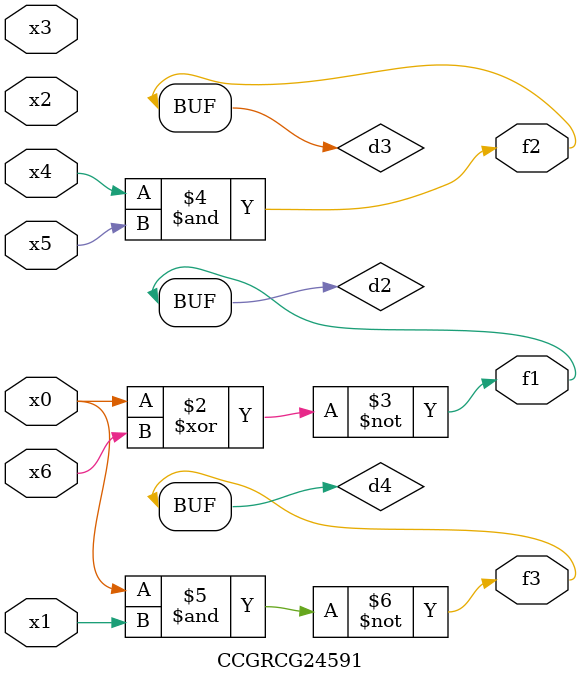
<source format=v>
module CCGRCG24591(
	input x0, x1, x2, x3, x4, x5, x6,
	output f1, f2, f3
);

	wire d1, d2, d3, d4;

	nor (d1, x0);
	xnor (d2, x0, x6);
	and (d3, x4, x5);
	nand (d4, x0, x1);
	assign f1 = d2;
	assign f2 = d3;
	assign f3 = d4;
endmodule

</source>
